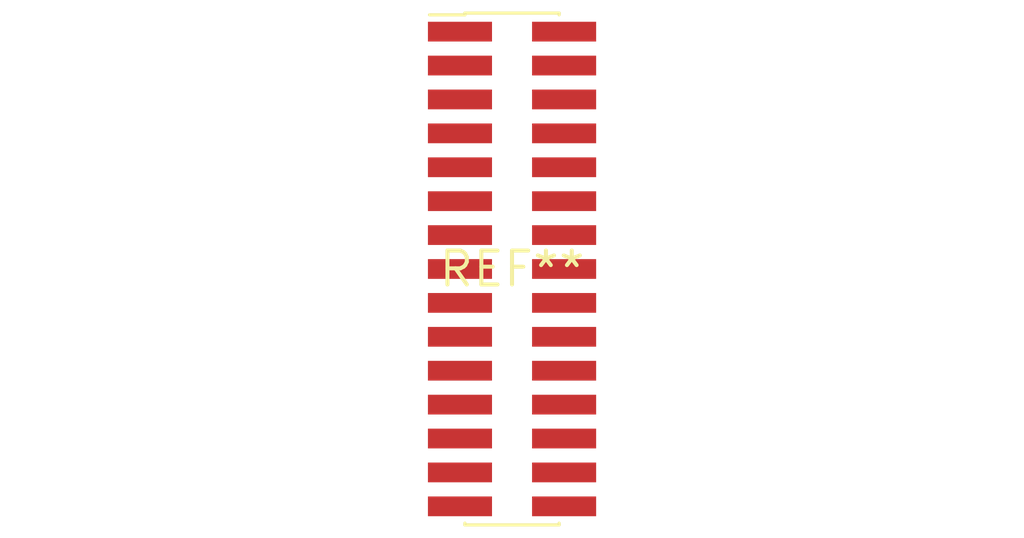
<source format=kicad_pcb>
(kicad_pcb (version 20240108) (generator pcbnew)
  (layers (0 "F.Cu" signal) (31 "B.Cu" signal) (34 "B.Paste" user) (35 "F.Paste" user) (36 "B.SilkS" user "B.Silkscreen") (37 "F.SilkS" user "F.Silkscreen") (38 "B.Mask" user) (39 "F.Mask" user) (44 "Edge.Cuts" user))
  (net 0 "")
  (footprint "PinHeader_2x15_P1.27mm_Vertical_SMD" (layer "F.Cu") (at 0 0)
    (property "Reference" "REF**")
    (property "Value" "PinHeader_2x15_P1.27mm_Vertical_SMD")
    (fp_line (start -3.09 -9.52) (end -1.765 -9.52) (layer "F.SilkS") (stroke (width 0.12)))
    (fp_line (start -1.765 -9.585) (end -1.765 -9.52) (layer "F.SilkS") (stroke (width 0.12)))
    (fp_line (start -1.765 -9.585) (end 1.765 -9.585) (layer "F.SilkS") (stroke (width 0.12)))
    (fp_line (start -1.765 9.52) (end -1.765 9.585) (layer "F.SilkS") (stroke (width 0.12)))
    (fp_line (start -1.765 9.585) (end 1.765 9.585) (layer "F.SilkS") (stroke (width 0.12)))
    (fp_line (start 1.765 -9.585) (end 1.765 -9.52) (layer "F.SilkS") (stroke (width 0.12)))
    (fp_line (start 1.765 9.52) (end 1.765 9.585) (layer "F.SilkS") (stroke (width 0.12)))
    (pad "1" smd rect (at -1.95 -8.89) (size 2.4 0.74) (layers "F.Cu" "F.Paste" "F.Mask"))
    (pad "2" smd rect (at 1.95 -8.89) (size 2.4 0.74) (layers "F.Cu" "F.Paste" "F.Mask"))
    (pad "3" smd rect (at -1.95 -7.62) (size 2.4 0.74) (layers "F.Cu" "F.Paste" "F.Mask"))
    (pad "4" smd rect (at 1.95 -7.62) (size 2.4 0.74) (layers "F.Cu" "F.Paste" "F.Mask"))
    (pad "5" smd rect (at -1.95 -6.35) (size 2.4 0.74) (layers "F.Cu" "F.Paste" "F.Mask"))
    (pad "6" smd rect (at 1.95 -6.35) (size 2.4 0.74) (layers "F.Cu" "F.Paste" "F.Mask"))
    (pad "7" smd rect (at -1.95 -5.08) (size 2.4 0.74) (layers "F.Cu" "F.Paste" "F.Mask"))
    (pad "8" smd rect (at 1.95 -5.08) (size 2.4 0.74) (layers "F.Cu" "F.Paste" "F.Mask"))
    (pad "9" smd rect (at -1.95 -3.81) (size 2.4 0.74) (layers "F.Cu" "F.Paste" "F.Mask"))
    (pad "10" smd rect (at 1.95 -3.81) (size 2.4 0.74) (layers "F.Cu" "F.Paste" "F.Mask"))
    (pad "11" smd rect (at -1.95 -2.54) (size 2.4 0.74) (layers "F.Cu" "F.Paste" "F.Mask"))
    (pad "12" smd rect (at 1.95 -2.54) (size 2.4 0.74) (layers "F.Cu" "F.Paste" "F.Mask"))
    (pad "13" smd rect (at -1.95 -1.27) (size 2.4 0.74) (layers "F.Cu" "F.Paste" "F.Mask"))
    (pad "14" smd rect (at 1.95 -1.27) (size 2.4 0.74) (layers "F.Cu" "F.Paste" "F.Mask"))
    (pad "15" smd rect (at -1.95 0) (size 2.4 0.74) (layers "F.Cu" "F.Paste" "F.Mask"))
    (pad "16" smd rect (at 1.95 0) (size 2.4 0.74) (layers "F.Cu" "F.Paste" "F.Mask"))
    (pad "17" smd rect (at -1.95 1.27) (size 2.4 0.74) (layers "F.Cu" "F.Paste" "F.Mask"))
    (pad "18" smd rect (at 1.95 1.27) (size 2.4 0.74) (layers "F.Cu" "F.Paste" "F.Mask"))
    (pad "19" smd rect (at -1.95 2.54) (size 2.4 0.74) (layers "F.Cu" "F.Paste" "F.Mask"))
    (pad "20" smd rect (at 1.95 2.54) (size 2.4 0.74) (layers "F.Cu" "F.Paste" "F.Mask"))
    (pad "21" smd rect (at -1.95 3.81) (size 2.4 0.74) (layers "F.Cu" "F.Paste" "F.Mask"))
    (pad "22" smd rect (at 1.95 3.81) (size 2.4 0.74) (layers "F.Cu" "F.Paste" "F.Mask"))
    (pad "23" smd rect (at -1.95 5.08) (size 2.4 0.74) (layers "F.Cu" "F.Paste" "F.Mask"))
    (pad "24" smd rect (at 1.95 5.08) (size 2.4 0.74) (layers "F.Cu" "F.Paste" "F.Mask"))
    (pad "25" smd rect (at -1.95 6.35) (size 2.4 0.74) (layers "F.Cu" "F.Paste" "F.Mask"))
    (pad "26" smd rect (at 1.95 6.35) (size 2.4 0.74) (layers "F.Cu" "F.Paste" "F.Mask"))
    (pad "27" smd rect (at -1.95 7.62) (size 2.4 0.74) (layers "F.Cu" "F.Paste" "F.Mask"))
    (pad "28" smd rect (at 1.95 7.62) (size 2.4 0.74) (layers "F.Cu" "F.Paste" "F.Mask"))
    (pad "29" smd rect (at -1.95 8.89) (size 2.4 0.74) (layers "F.Cu" "F.Paste" "F.Mask"))
    (pad "30" smd rect (at 1.95 8.89) (size 2.4 0.74) (layers "F.Cu" "F.Paste" "F.Mask"))
  )
)
</source>
